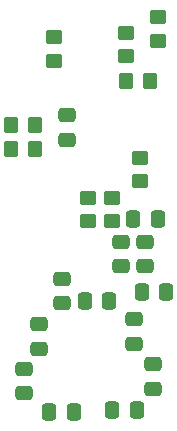
<source format=gbp>
%TF.GenerationSoftware,KiCad,Pcbnew,(6.0.4)*%
%TF.CreationDate,2022-11-10T18:02:23+09:00*%
%TF.ProjectId,rp2040-test,72703230-3430-42d7-9465-73742e6b6963,rev?*%
%TF.SameCoordinates,Original*%
%TF.FileFunction,Paste,Bot*%
%TF.FilePolarity,Positive*%
%FSLAX46Y46*%
G04 Gerber Fmt 4.6, Leading zero omitted, Abs format (unit mm)*
G04 Created by KiCad (PCBNEW (6.0.4)) date 2022-11-10 18:02:23*
%MOMM*%
%LPD*%
G01*
G04 APERTURE LIST*
G04 Aperture macros list*
%AMRoundRect*
0 Rectangle with rounded corners*
0 $1 Rounding radius*
0 $2 $3 $4 $5 $6 $7 $8 $9 X,Y pos of 4 corners*
0 Add a 4 corners polygon primitive as box body*
4,1,4,$2,$3,$4,$5,$6,$7,$8,$9,$2,$3,0*
0 Add four circle primitives for the rounded corners*
1,1,$1+$1,$2,$3*
1,1,$1+$1,$4,$5*
1,1,$1+$1,$6,$7*
1,1,$1+$1,$8,$9*
0 Add four rect primitives between the rounded corners*
20,1,$1+$1,$2,$3,$4,$5,0*
20,1,$1+$1,$4,$5,$6,$7,0*
20,1,$1+$1,$6,$7,$8,$9,0*
20,1,$1+$1,$8,$9,$2,$3,0*%
G04 Aperture macros list end*
%ADD10RoundRect,0.250000X-0.475000X0.337500X-0.475000X-0.337500X0.475000X-0.337500X0.475000X0.337500X0*%
%ADD11RoundRect,0.250000X0.450000X-0.350000X0.450000X0.350000X-0.450000X0.350000X-0.450000X-0.350000X0*%
%ADD12RoundRect,0.250000X0.337500X0.475000X-0.337500X0.475000X-0.337500X-0.475000X0.337500X-0.475000X0*%
%ADD13RoundRect,0.250000X-0.337500X-0.475000X0.337500X-0.475000X0.337500X0.475000X-0.337500X0.475000X0*%
%ADD14RoundRect,0.250000X-0.450000X0.350000X-0.450000X-0.350000X0.450000X-0.350000X0.450000X0.350000X0*%
%ADD15RoundRect,0.250000X-0.350000X-0.450000X0.350000X-0.450000X0.350000X0.450000X-0.350000X0.450000X0*%
%ADD16RoundRect,0.250000X0.475000X-0.337500X0.475000X0.337500X-0.475000X0.337500X-0.475000X-0.337500X0*%
%ADD17RoundRect,0.250000X0.350000X0.450000X-0.350000X0.450000X-0.350000X-0.450000X0.350000X-0.450000X0*%
G04 APERTURE END LIST*
D10*
%TO.C,C4*%
X114200000Y-66962500D03*
X114200000Y-69037500D03*
%TD*%
D11*
%TO.C,R1*%
X118350000Y-58250000D03*
X118350000Y-56250000D03*
%TD*%
D10*
%TO.C,C10*%
X112950000Y-70725000D03*
X112950000Y-72800000D03*
%TD*%
D12*
%TO.C,C16*%
X117137500Y-74400000D03*
X115062500Y-74400000D03*
%TD*%
D13*
%TO.C,C2*%
X118062500Y-65000000D03*
X120137500Y-65000000D03*
%TD*%
D11*
%TO.C,R9*%
X121566000Y-44280000D03*
X121566000Y-42280000D03*
%TD*%
D13*
%TO.C,C1*%
X120400000Y-74250000D03*
X122475000Y-74250000D03*
%TD*%
%TO.C,C13*%
X122162500Y-58050000D03*
X124237500Y-58050000D03*
%TD*%
D14*
%TO.C,R4*%
X115450000Y-42650000D03*
X115450000Y-44650000D03*
%TD*%
D13*
%TO.C,C9*%
X122893000Y-64262000D03*
X124968000Y-64262000D03*
%TD*%
D10*
%TO.C,C5*%
X116170000Y-63100000D03*
X116170000Y-65175000D03*
%TD*%
D15*
%TO.C,R10*%
X121582000Y-46382000D03*
X123582000Y-46382000D03*
%TD*%
%TO.C,R3*%
X111850000Y-50100000D03*
X113850000Y-50100000D03*
%TD*%
D16*
%TO.C,C7*%
X123200000Y-62037500D03*
X123200000Y-59962500D03*
%TD*%
D10*
%TO.C,C6*%
X122250000Y-66550000D03*
X122250000Y-68625000D03*
%TD*%
D16*
%TO.C,C15*%
X116586000Y-51329500D03*
X116586000Y-49254500D03*
%TD*%
D11*
%TO.C,R7*%
X122750000Y-54850000D03*
X122750000Y-52850000D03*
%TD*%
D16*
%TO.C,C3*%
X121150000Y-62037500D03*
X121150000Y-59962500D03*
%TD*%
D14*
%TO.C,R5*%
X124306000Y-40937000D03*
X124306000Y-42937000D03*
%TD*%
D11*
%TO.C,R2*%
X120350000Y-58250000D03*
X120350000Y-56250000D03*
%TD*%
D10*
%TO.C,C8*%
X123825000Y-70336500D03*
X123825000Y-72411500D03*
%TD*%
D17*
%TO.C,R8*%
X113850000Y-52150000D03*
X111850000Y-52150000D03*
%TD*%
M02*

</source>
